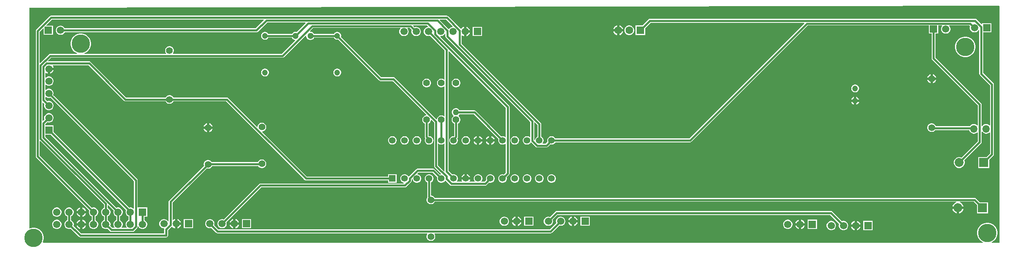
<source format=gtl>
G04*
G04 #@! TF.GenerationSoftware,Altium Limited,Altium Designer,21.8.1 (53)*
G04*
G04 Layer_Physical_Order=1*
G04 Layer_Color=255*
%FSLAX25Y25*%
%MOIN*%
G70*
G04*
G04 #@! TF.SameCoordinates,5DBF864A-AE74-4F10-A55B-91717D6EB444*
G04*
G04*
G04 #@! TF.FilePolarity,Positive*
G04*
G01*
G75*
%ADD33C,0.01500*%
%ADD34O,0.05906X0.06299*%
%ADD35R,0.06299X0.06299*%
%ADD36C,0.06299*%
%ADD37C,0.04724*%
%ADD38R,0.05906X0.05906*%
%ADD39C,0.05906*%
%ADD40C,0.05347*%
%ADD41R,0.05347X0.05347*%
%ADD42C,0.15000*%
%ADD43C,0.05512*%
%ADD44R,0.07284X0.07284*%
%ADD45C,0.07284*%
%ADD46R,0.05906X0.05906*%
%ADD47C,0.05118*%
%ADD48C,0.05000*%
G36*
X798000Y197645D02*
Y4500D01*
X791682D01*
X791582Y5000D01*
X791931Y5145D01*
X793291Y6053D01*
X794447Y7209D01*
X795355Y8568D01*
X795981Y10079D01*
X796300Y11682D01*
Y13318D01*
X795981Y14921D01*
X795355Y16432D01*
X794447Y17791D01*
X793291Y18947D01*
X791931Y19855D01*
X790421Y20481D01*
X788818Y20800D01*
X787183D01*
X785579Y20481D01*
X784068Y19855D01*
X782709Y18947D01*
X781553Y17791D01*
X780645Y16432D01*
X780019Y14921D01*
X779700Y13318D01*
Y11682D01*
X780019Y10079D01*
X780645Y8568D01*
X781553Y7209D01*
X782709Y6053D01*
X784068Y5145D01*
X784418Y5000D01*
X784318Y4500D01*
X16868D01*
X16534Y5000D01*
X16981Y6079D01*
X17300Y7683D01*
Y9318D01*
X16981Y10921D01*
X16355Y12432D01*
X15447Y13791D01*
X14291Y14947D01*
X12932Y15855D01*
X11421Y16481D01*
X9817Y16800D01*
X8183D01*
X6579Y16481D01*
X5916Y16206D01*
X5500Y16484D01*
Y196500D01*
X797646Y197998D01*
X798000Y197645D01*
D02*
G37*
%LPC*%
G36*
X487524Y182028D02*
Y179000D01*
X490552D01*
X490390Y179602D01*
X489844Y180548D01*
X489072Y181321D01*
X488125Y181867D01*
X487524Y182028D01*
D02*
G37*
G36*
X485524Y182028D02*
X484922Y181867D01*
X483976Y181321D01*
X483203Y180548D01*
X482657Y179602D01*
X482496Y179000D01*
X485524D01*
Y182028D01*
D02*
G37*
G36*
X362500Y180824D02*
Y178000D01*
X365324D01*
X365183Y178526D01*
X364663Y179427D01*
X363927Y180163D01*
X363026Y180683D01*
X362500Y180824D01*
D02*
G37*
G36*
X496020Y181950D02*
X494980D01*
X493975Y181680D01*
X493075Y181160D01*
X492340Y180425D01*
X491820Y179525D01*
X491550Y178520D01*
Y177480D01*
X491820Y176476D01*
X492340Y175575D01*
X493075Y174839D01*
X493975Y174320D01*
X494980Y174050D01*
X496020D01*
X497024Y174320D01*
X497925Y174839D01*
X498661Y175575D01*
X499180Y176476D01*
X499450Y177480D01*
Y178520D01*
X499180Y179525D01*
X498661Y180425D01*
X497925Y181160D01*
X497024Y181680D01*
X496020Y181950D01*
D02*
G37*
G36*
X485524Y177000D02*
X482496D01*
X482657Y176398D01*
X483203Y175452D01*
X483976Y174680D01*
X484922Y174133D01*
X485524Y173972D01*
Y177000D01*
D02*
G37*
G36*
X490552D02*
X487524D01*
Y173972D01*
X488125Y174133D01*
X489072Y174680D01*
X489844Y175452D01*
X490390Y176398D01*
X490552Y177000D01*
D02*
G37*
G36*
X375253Y180753D02*
X367747D01*
Y173247D01*
X375253D01*
Y180753D01*
D02*
G37*
G36*
X365324Y176000D02*
X362500D01*
Y173176D01*
X363026Y173317D01*
X363927Y173837D01*
X364663Y174573D01*
X365183Y175474D01*
X365324Y176000D01*
D02*
G37*
G36*
X25324Y145500D02*
X22500D01*
Y142676D01*
X23026Y142817D01*
X23927Y143337D01*
X24663Y144073D01*
X25183Y144974D01*
X25324Y145500D01*
D02*
G37*
G36*
X257416Y146662D02*
X256584D01*
X255779Y146447D01*
X255058Y146030D01*
X254470Y145442D01*
X254053Y144721D01*
X253838Y143916D01*
Y143084D01*
X254053Y142279D01*
X254470Y141558D01*
X255058Y140970D01*
X255779Y140553D01*
X256584Y140338D01*
X257416D01*
X258221Y140553D01*
X258942Y140970D01*
X259530Y141558D01*
X259947Y142279D01*
X260162Y143084D01*
Y143916D01*
X259947Y144721D01*
X259530Y145442D01*
X258942Y146030D01*
X258221Y146447D01*
X257416Y146662D01*
D02*
G37*
G36*
X198416D02*
X197584D01*
X196779Y146447D01*
X196058Y146030D01*
X195470Y145442D01*
X195053Y144721D01*
X194838Y143916D01*
Y143084D01*
X195053Y142279D01*
X195470Y141558D01*
X196058Y140970D01*
X196779Y140553D01*
X197584Y140338D01*
X198416D01*
X199221Y140553D01*
X199942Y140970D01*
X200530Y141558D01*
X200947Y142279D01*
X201162Y143084D01*
Y143916D01*
X200947Y144721D01*
X200530Y145442D01*
X199942Y146030D01*
X199221Y146447D01*
X198416Y146662D01*
D02*
G37*
G36*
X743500Y142120D02*
Y139500D01*
X746120D01*
X746000Y139950D01*
X745506Y140806D01*
X744806Y141506D01*
X743950Y142000D01*
X743500Y142120D01*
D02*
G37*
G36*
X741500D02*
X741050Y142000D01*
X740194Y141506D01*
X739495Y140806D01*
X739000Y139950D01*
X738880Y139500D01*
X741500D01*
Y142120D01*
D02*
G37*
G36*
X746120Y137500D02*
X743500D01*
Y134880D01*
X743950Y135000D01*
X744806Y135494D01*
X745506Y136194D01*
X746000Y137050D01*
X746120Y137500D01*
D02*
G37*
G36*
X741500D02*
X738880D01*
X739000Y137050D01*
X739495Y136194D01*
X740194Y135494D01*
X741050Y135000D01*
X741500Y134880D01*
Y137500D01*
D02*
G37*
G36*
X354468Y138556D02*
X353532D01*
X352627Y138314D01*
X351817Y137845D01*
X351155Y137183D01*
X350686Y136372D01*
X350444Y135468D01*
Y134532D01*
X350686Y133627D01*
X351155Y132817D01*
X351817Y132155D01*
X352627Y131686D01*
X353532Y131444D01*
X354468D01*
X355373Y131686D01*
X356183Y132155D01*
X356845Y132817D01*
X357314Y133627D01*
X357556Y134532D01*
Y135468D01*
X357314Y136372D01*
X356845Y137183D01*
X356183Y137845D01*
X355373Y138314D01*
X354468Y138556D01*
D02*
G37*
G36*
X680416Y133662D02*
X679584D01*
X678779Y133447D01*
X678058Y133030D01*
X677470Y132442D01*
X677053Y131721D01*
X676838Y130916D01*
Y130084D01*
X677053Y129279D01*
X677470Y128558D01*
X678058Y127970D01*
X678779Y127553D01*
X679584Y127338D01*
X680416D01*
X681221Y127553D01*
X681942Y127970D01*
X682530Y128558D01*
X682947Y129279D01*
X683162Y130084D01*
Y130916D01*
X682947Y131721D01*
X682530Y132442D01*
X681942Y133030D01*
X681221Y133447D01*
X680416Y133662D01*
D02*
G37*
G36*
X681000Y123713D02*
Y121500D01*
X683213D01*
X683133Y121798D01*
X682690Y122564D01*
X682064Y123190D01*
X681298Y123633D01*
X681000Y123713D01*
D02*
G37*
G36*
X679000Y123713D02*
X678702Y123633D01*
X677936Y123190D01*
X677310Y122564D01*
X676867Y121798D01*
X676787Y121500D01*
X679000D01*
Y123713D01*
D02*
G37*
G36*
X683213Y119500D02*
X681000D01*
Y117287D01*
X681298Y117367D01*
X682064Y117810D01*
X682690Y118436D01*
X683133Y119202D01*
X683213Y119500D01*
D02*
G37*
G36*
X679000D02*
X676787D01*
X676867Y119202D01*
X677310Y118436D01*
X677936Y117810D01*
X678702Y117367D01*
X679000Y117287D01*
Y119500D01*
D02*
G37*
G36*
X346465Y189983D02*
X23305D01*
X22700Y189863D01*
X22188Y189520D01*
X11280Y178612D01*
X10937Y178100D01*
X10817Y177495D01*
Y75103D01*
X10937Y74498D01*
X11280Y73985D01*
X54464Y30801D01*
X54247Y29994D01*
Y29006D01*
X54503Y28051D01*
X54997Y27196D01*
X55696Y26497D01*
X56420Y26079D01*
Y22921D01*
X55696Y22503D01*
X54997Y21804D01*
X54503Y20948D01*
X54247Y19994D01*
Y19006D01*
X54503Y18052D01*
X54997Y17196D01*
X55696Y16497D01*
X56551Y16003D01*
X57506Y15747D01*
X58494D01*
X59448Y16003D01*
X60304Y16497D01*
X61003Y17196D01*
X61497Y18052D01*
X61753Y19006D01*
Y19994D01*
X61497Y20948D01*
X61003Y21804D01*
X60304Y22503D01*
X59580Y22921D01*
Y26079D01*
X60304Y26497D01*
X61003Y27196D01*
X61497Y28051D01*
X61753Y29006D01*
Y29994D01*
X61497Y30948D01*
X61003Y31804D01*
X60304Y32503D01*
X59448Y32997D01*
X58494Y33253D01*
X57506D01*
X56699Y33036D01*
X13978Y75757D01*
Y87381D01*
X14439Y87573D01*
X66420Y35593D01*
Y32921D01*
X65696Y32503D01*
X64997Y31804D01*
X64503Y30948D01*
X64247Y29994D01*
Y29006D01*
X64503Y28051D01*
X64997Y27196D01*
X65696Y26497D01*
X66420Y26079D01*
Y22921D01*
X65696Y22503D01*
X64997Y21804D01*
X64503Y20948D01*
X64247Y19994D01*
Y19006D01*
X64503Y18052D01*
X64997Y17196D01*
X65696Y16497D01*
X66552Y16003D01*
X67506Y15747D01*
X68494D01*
X69301Y15964D01*
X71385Y13880D01*
X71898Y13537D01*
X72503Y13417D01*
X89865D01*
X90470Y13537D01*
X90983Y13880D01*
X93620Y16517D01*
X93963Y17030D01*
X94083Y17635D01*
Y17779D01*
X94583Y17913D01*
X94997Y17196D01*
X95696Y16497D01*
X96552Y16003D01*
X97506Y15747D01*
X98494D01*
X99449Y16003D01*
X100304Y16497D01*
X101003Y17196D01*
X101497Y18052D01*
X101753Y19006D01*
Y19994D01*
X101497Y20948D01*
X101003Y21804D01*
X100304Y22503D01*
X99580Y22921D01*
Y25747D01*
X101753D01*
Y33253D01*
X94583D01*
X94247Y33253D01*
X94083Y33685D01*
Y55497D01*
X93963Y56102D01*
X93620Y56615D01*
X25036Y125199D01*
X25253Y126006D01*
Y126994D01*
X24997Y127948D01*
X24503Y128804D01*
X23804Y129503D01*
X22949Y129997D01*
X21994Y130253D01*
X21006D01*
X20052Y129997D01*
X19196Y129503D01*
X19039Y129347D01*
X18578Y129538D01*
Y133462D01*
X19039Y133653D01*
X19196Y133497D01*
X20052Y133003D01*
X21006Y132747D01*
X21994D01*
X22949Y133003D01*
X23804Y133497D01*
X24503Y134196D01*
X24997Y135052D01*
X25253Y136006D01*
Y136994D01*
X24997Y137949D01*
X24503Y138804D01*
X23804Y139503D01*
X22949Y139997D01*
X21994Y140253D01*
X21006D01*
X20052Y139997D01*
X19196Y139503D01*
X19039Y139347D01*
X18578Y139538D01*
Y143179D01*
X19039Y143370D01*
X19073Y143337D01*
X19974Y142817D01*
X20500Y142676D01*
Y146500D01*
X21500D01*
Y147500D01*
X25324D01*
X25183Y148026D01*
X24663Y148927D01*
X24630Y148960D01*
X24821Y149422D01*
X53869D01*
X82908Y120382D01*
X83421Y120040D01*
X84026Y119920D01*
X116806D01*
X117155Y119317D01*
X117817Y118655D01*
X118628Y118186D01*
X119532Y117944D01*
X120468D01*
X121372Y118186D01*
X122183Y118655D01*
X122845Y119317D01*
X123194Y119920D01*
X166256D01*
X230384Y55792D01*
X230896Y55449D01*
X231501Y55329D01*
X298527D01*
Y53436D01*
X305473D01*
Y60383D01*
X298527D01*
Y58490D01*
X232156D01*
X195663Y94982D01*
X195855Y95444D01*
X195968D01*
X196872Y95686D01*
X197683Y96155D01*
X198345Y96817D01*
X198814Y97628D01*
X199056Y98532D01*
Y99468D01*
X198814Y100373D01*
X198345Y101183D01*
X197683Y101845D01*
X196872Y102314D01*
X195968Y102556D01*
X195032D01*
X194128Y102314D01*
X193317Y101845D01*
X192655Y101183D01*
X192186Y100373D01*
X191944Y99468D01*
Y99355D01*
X191482Y99163D01*
X168028Y122617D01*
X167515Y122960D01*
X166911Y123080D01*
X123194D01*
X122845Y123683D01*
X122183Y124345D01*
X121372Y124814D01*
X120468Y125056D01*
X119532D01*
X118628Y124814D01*
X117817Y124345D01*
X117155Y123683D01*
X116806Y123080D01*
X84681D01*
X55641Y152120D01*
X55128Y152463D01*
X54523Y152583D01*
X20851D01*
X20660Y153045D01*
X23228Y155614D01*
X212403D01*
X213008Y155734D01*
X213520Y156077D01*
X231243Y173800D01*
X231743Y173592D01*
Y173058D01*
X231972Y172203D01*
X232414Y171438D01*
X233040Y170812D01*
X233806Y170370D01*
X234660Y170141D01*
X235545D01*
X236399Y170370D01*
X237165Y170812D01*
X237790Y171438D01*
X238069Y171920D01*
X254261D01*
X254470Y171558D01*
X255058Y170970D01*
X255779Y170553D01*
X256584Y170338D01*
X257416D01*
X257819Y170446D01*
X291243Y137022D01*
X291756Y136679D01*
X292361Y136559D01*
X302296D01*
X329837Y109018D01*
X329645Y108556D01*
X329532D01*
X328627Y108314D01*
X327817Y107845D01*
X327155Y107183D01*
X326686Y106372D01*
X326444Y105468D01*
Y104532D01*
X326686Y103628D01*
X327155Y102817D01*
X327817Y102155D01*
X328420Y101806D01*
Y91131D01*
X328540Y90527D01*
X328883Y90014D01*
X329020Y89876D01*
X328764Y89431D01*
X328527Y88548D01*
Y87633D01*
X328764Y86750D01*
X329221Y85958D01*
X329867Y85311D01*
X330659Y84854D01*
X331543Y84617D01*
X332457D01*
X333341Y84854D01*
X334133Y85311D01*
X334779Y85958D01*
X335237Y86750D01*
X335473Y87633D01*
Y88548D01*
X335237Y89431D01*
X334779Y90223D01*
X334133Y90870D01*
X333341Y91327D01*
X332457Y91564D01*
X331803D01*
X331580Y91786D01*
Y101806D01*
X332183Y102155D01*
X332845Y102817D01*
X333314Y103628D01*
X333556Y104532D01*
Y104645D01*
X334018Y104837D01*
X336114Y102741D01*
Y67188D01*
X336234Y66583D01*
X336577Y66070D01*
X341802Y60845D01*
X341611Y60383D01*
X341543D01*
X340927Y60218D01*
X336594Y64550D01*
X336082Y64893D01*
X335477Y65013D01*
X322551D01*
X321946Y64893D01*
X321433Y64550D01*
X315489Y58606D01*
X314993Y58671D01*
X314779Y59042D01*
X314133Y59689D01*
X313341Y60146D01*
X312457Y60383D01*
X311543D01*
X310659Y60146D01*
X309867Y59689D01*
X309221Y59042D01*
X308764Y58250D01*
X308527Y57367D01*
Y56452D01*
X308764Y55569D01*
X309221Y54777D01*
X309867Y54130D01*
X310659Y53673D01*
X311142Y53544D01*
X311359Y52968D01*
X311300Y52880D01*
X194297D01*
X193693Y52760D01*
X193180Y52417D01*
X164299Y23536D01*
X163491Y23753D01*
X162503D01*
X161549Y23497D01*
X160693Y23003D01*
X159994Y22304D01*
X159500Y21449D01*
X159245Y20494D01*
Y19506D01*
X159500Y18552D01*
X159994Y17696D01*
X160693Y16997D01*
X161549Y16503D01*
X162503Y16247D01*
X163491D01*
X164446Y16503D01*
X165302Y16997D01*
X166000Y17696D01*
X166494Y18552D01*
X166750Y19506D01*
Y20494D01*
X166534Y21301D01*
X194952Y49720D01*
X312363D01*
X312968Y49840D01*
X313481Y50182D01*
X317341Y54043D01*
X317683Y54555D01*
X317804Y55160D01*
Y56320D01*
X318027Y56494D01*
X318179Y56481D01*
X318564Y56313D01*
X318763Y55569D01*
X319221Y54777D01*
X319867Y54130D01*
X320659Y53673D01*
X321543Y53436D01*
X322457D01*
X323341Y53673D01*
X324133Y54130D01*
X324779Y54777D01*
X325237Y55569D01*
X325473Y56452D01*
Y57367D01*
X325237Y58250D01*
X324779Y59042D01*
X324133Y59689D01*
X323341Y60146D01*
X322457Y60383D01*
X322389D01*
X322198Y60845D01*
X323205Y61852D01*
X334822D01*
X338692Y57983D01*
X338527Y57367D01*
Y56452D01*
X338763Y55569D01*
X339221Y54777D01*
X339867Y54130D01*
X340659Y53673D01*
X341543Y53436D01*
X342457D01*
X343341Y53673D01*
X344133Y54130D01*
X344779Y54777D01*
X344993Y55148D01*
X345489Y55213D01*
X349133Y51569D01*
X349646Y51226D01*
X350251Y51106D01*
X377777D01*
X378382Y51226D01*
X378894Y51569D01*
X380927Y53601D01*
X381543Y53436D01*
X382457D01*
X383341Y53673D01*
X384133Y54130D01*
X384779Y54777D01*
X385237Y55569D01*
X385473Y56452D01*
Y57367D01*
X385237Y58250D01*
X384779Y59042D01*
X384133Y59689D01*
X383341Y60146D01*
X382457Y60383D01*
X381543D01*
X380659Y60146D01*
X379867Y59689D01*
X379221Y59042D01*
X378764Y58250D01*
X378527Y57367D01*
Y56452D01*
X378692Y55836D01*
X377122Y54267D01*
X374922D01*
X374731Y54729D01*
X374779Y54777D01*
X375237Y55569D01*
X375473Y56452D01*
Y57367D01*
X375237Y58250D01*
X374779Y59042D01*
X374133Y59689D01*
X373341Y60146D01*
X372457Y60383D01*
X371543D01*
X370659Y60146D01*
X369867Y59689D01*
X369221Y59042D01*
X368763Y58250D01*
X368527Y57367D01*
Y56452D01*
X368763Y55569D01*
X369221Y54777D01*
X369269Y54729D01*
X369078Y54267D01*
X365193D01*
X365004Y54767D01*
X365423Y55492D01*
X365535Y55910D01*
X362000D01*
X358465D01*
X358577Y55492D01*
X358996Y54767D01*
X358807Y54267D01*
X354922D01*
X354731Y54729D01*
X354779Y54777D01*
X355237Y55569D01*
X355473Y56452D01*
Y57367D01*
X355237Y58250D01*
X354779Y59042D01*
X354133Y59689D01*
X353341Y60146D01*
X352457Y60383D01*
X351543D01*
X350927Y60218D01*
X347886Y63258D01*
Y160978D01*
X348348Y161170D01*
X394643Y114875D01*
Y91013D01*
X394181Y90821D01*
X394133Y90870D01*
X393341Y91327D01*
X392457Y91564D01*
X391543D01*
X390927Y91399D01*
X370208Y112118D01*
X369695Y112460D01*
X369091Y112580D01*
X356898D01*
X356641Y113026D01*
X356026Y113641D01*
X355274Y114075D01*
X354434Y114300D01*
X353566D01*
X352726Y114075D01*
X351974Y113641D01*
X351359Y113026D01*
X350925Y112274D01*
X350700Y111434D01*
Y110566D01*
X350925Y109726D01*
X351359Y108974D01*
X351876Y108457D01*
X351896Y107891D01*
X351817Y107845D01*
X351155Y107183D01*
X350686Y106372D01*
X350444Y105468D01*
Y104532D01*
X350686Y103628D01*
X351155Y102817D01*
X351817Y102155D01*
X352420Y101806D01*
Y91786D01*
X352197Y91564D01*
X351543D01*
X350659Y91327D01*
X349867Y90870D01*
X349221Y90223D01*
X348763Y89431D01*
X348527Y88548D01*
Y87633D01*
X348763Y86750D01*
X349221Y85958D01*
X349867Y85311D01*
X350659Y84854D01*
X351543Y84617D01*
X352457D01*
X353341Y84854D01*
X354133Y85311D01*
X354779Y85958D01*
X355237Y86750D01*
X355473Y87633D01*
Y88548D01*
X355237Y89431D01*
X354980Y89876D01*
X355118Y90014D01*
X355460Y90527D01*
X355580Y91131D01*
Y101806D01*
X356183Y102155D01*
X356845Y102817D01*
X357314Y103628D01*
X357556Y104532D01*
Y105468D01*
X357314Y106372D01*
X356845Y107183D01*
X356183Y107845D01*
X356104Y107891D01*
X356124Y108457D01*
X356641Y108974D01*
X356898Y109420D01*
X368436D01*
X388692Y89164D01*
X388527Y88548D01*
Y87633D01*
X388763Y86750D01*
X389221Y85958D01*
X389867Y85311D01*
X390659Y84854D01*
X391543Y84617D01*
X392457D01*
X393341Y84854D01*
X394133Y85311D01*
X394181Y85360D01*
X394643Y85168D01*
Y61787D01*
X393073Y60218D01*
X392457Y60383D01*
X391543D01*
X390659Y60146D01*
X389867Y59689D01*
X389221Y59042D01*
X388763Y58250D01*
X388527Y57367D01*
Y56452D01*
X388763Y55569D01*
X389221Y54777D01*
X389867Y54130D01*
X390659Y53673D01*
X391543Y53436D01*
X392457D01*
X393341Y53673D01*
X394133Y54130D01*
X394779Y54777D01*
X395236Y55569D01*
X395473Y56452D01*
Y57367D01*
X395308Y57983D01*
X397341Y60015D01*
X397683Y60528D01*
X397804Y61133D01*
Y115530D01*
X397683Y116134D01*
X397341Y116647D01*
X341240Y172747D01*
X341447Y173247D01*
X341994D01*
X342949Y173503D01*
X343804Y173997D01*
X344503Y174696D01*
X344917Y175413D01*
X345417Y175279D01*
Y173093D01*
X345537Y172488D01*
X345880Y171976D01*
X414643Y103213D01*
Y91013D01*
X414181Y90821D01*
X414133Y90870D01*
X413341Y91327D01*
X412457Y91564D01*
X411543D01*
X410659Y91327D01*
X409867Y90870D01*
X409221Y90223D01*
X408764Y89431D01*
X408527Y88548D01*
Y87633D01*
X408764Y86750D01*
X409221Y85958D01*
X409867Y85311D01*
X410659Y84854D01*
X411543Y84617D01*
X412457D01*
X413341Y84854D01*
X414133Y85311D01*
X414779Y85958D01*
X414993Y86329D01*
X415489Y86394D01*
X419133Y82750D01*
X419646Y82407D01*
X420251Y82287D01*
X427777D01*
X428381Y82407D01*
X428894Y82750D01*
X430927Y84782D01*
X431543Y84617D01*
X432457D01*
X433341Y84854D01*
X434133Y85311D01*
X434779Y85958D01*
X435098Y86510D01*
X545090D01*
X545695Y86630D01*
X546208Y86973D01*
X641157Y181922D01*
X740247D01*
Y175247D01*
X742420D01*
Y155025D01*
X742540Y154420D01*
X742882Y153908D01*
X780119Y116671D01*
Y100530D01*
X779619Y100417D01*
X778893Y100975D01*
X777980Y101353D01*
X777000Y101482D01*
X776020Y101353D01*
X775107Y100975D01*
X774324Y100373D01*
X773722Y99589D01*
X773718Y99580D01*
X745892D01*
X745814Y99872D01*
X745345Y100683D01*
X744683Y101345D01*
X743872Y101814D01*
X742968Y102056D01*
X742032D01*
X741127Y101814D01*
X740317Y101345D01*
X739655Y100683D01*
X739186Y99872D01*
X738944Y98968D01*
Y98032D01*
X739186Y97127D01*
X739655Y96317D01*
X740317Y95655D01*
X741127Y95186D01*
X742032Y94944D01*
X742968D01*
X743872Y95186D01*
X744683Y95655D01*
X745345Y96317D01*
X745405Y96420D01*
X773331D01*
X773344Y96324D01*
X773722Y95411D01*
X774324Y94627D01*
X775107Y94025D01*
X776020Y93647D01*
X777000Y93518D01*
X777980Y93647D01*
X778893Y94025D01*
X779619Y94583D01*
X780119Y94470D01*
Y87354D01*
X766835Y74070D01*
X766714Y74139D01*
X765585Y74442D01*
X764415D01*
X763286Y74139D01*
X762273Y73554D01*
X761446Y72727D01*
X760861Y71714D01*
X760558Y70585D01*
Y69415D01*
X760861Y68286D01*
X761446Y67273D01*
X762273Y66446D01*
X763286Y65861D01*
X764415Y65558D01*
X765585D01*
X766714Y65861D01*
X767727Y66446D01*
X768554Y67273D01*
X769139Y68286D01*
X769442Y69415D01*
Y70585D01*
X769139Y71714D01*
X769070Y71835D01*
X782817Y85582D01*
X783160Y86095D01*
X783280Y86700D01*
Y95199D01*
X783492Y95301D01*
X783780Y95335D01*
X784324Y94627D01*
X785107Y94025D01*
X786020Y93647D01*
X787000Y93518D01*
X787980Y93647D01*
X788893Y94025D01*
X789619Y94583D01*
X790119Y94470D01*
Y77354D01*
X787207Y74442D01*
X780558D01*
Y65558D01*
X789442D01*
Y72207D01*
X792817Y75582D01*
X793160Y76095D01*
X793280Y76700D01*
Y133861D01*
X793160Y134466D01*
X792817Y134978D01*
X784578Y143218D01*
Y176247D01*
X791253D01*
Y183753D01*
X783747D01*
Y183009D01*
X783285Y182817D01*
X779183Y186920D01*
X778670Y187263D01*
X778065Y187383D01*
X512279D01*
X511674Y187263D01*
X511162Y186920D01*
X506191Y181950D01*
X500527D01*
Y174050D01*
X508426D01*
Y179715D01*
X512934Y184222D01*
X638334D01*
X638525Y183760D01*
X544436Y89671D01*
X435098D01*
X434779Y90223D01*
X434133Y90870D01*
X433341Y91327D01*
X432457Y91564D01*
X431543D01*
X430659Y91327D01*
X429867Y90870D01*
X429221Y90223D01*
X428763Y89431D01*
X428527Y88548D01*
Y87633D01*
X428692Y87017D01*
X427122Y85448D01*
X424922D01*
X424731Y85910D01*
X424779Y85958D01*
X425237Y86750D01*
X425473Y87633D01*
Y88548D01*
X425237Y89431D01*
X424779Y90223D01*
X424133Y90870D01*
X423580Y91189D01*
Y101343D01*
X423460Y101948D01*
X423117Y102461D01*
X358578Y167001D01*
Y173679D01*
X359040Y173870D01*
X359073Y173837D01*
X359974Y173317D01*
X360500Y173176D01*
Y177000D01*
Y180824D01*
X359974Y180683D01*
X359073Y180163D01*
X358337Y179427D01*
X358300Y179364D01*
X357805Y179298D01*
X347583Y189520D01*
X347070Y189863D01*
X346465Y189983D01*
D02*
G37*
G36*
X152500Y102120D02*
Y99500D01*
X155120D01*
X155000Y99950D01*
X154506Y100806D01*
X153806Y101505D01*
X152950Y102000D01*
X152500Y102120D01*
D02*
G37*
G36*
X150500D02*
X150050Y102000D01*
X149194Y101505D01*
X148495Y100806D01*
X148000Y99950D01*
X147880Y99500D01*
X150500D01*
Y102120D01*
D02*
G37*
G36*
X155120Y97500D02*
X152500D01*
Y94880D01*
X152950Y95000D01*
X153806Y95495D01*
X154506Y96194D01*
X155000Y97050D01*
X155120Y97500D01*
D02*
G37*
G36*
X150500D02*
X147880D01*
X148000Y97050D01*
X148495Y96194D01*
X149194Y95495D01*
X150050Y95000D01*
X150500Y94880D01*
Y97500D01*
D02*
G37*
G36*
X383000Y91625D02*
Y89091D01*
X385535D01*
X385423Y89508D01*
X384939Y90346D01*
X384255Y91030D01*
X383418Y91514D01*
X383000Y91625D01*
D02*
G37*
G36*
X373000D02*
Y89091D01*
X375535D01*
X375423Y89508D01*
X374939Y90346D01*
X374255Y91030D01*
X373418Y91514D01*
X373000Y91625D01*
D02*
G37*
G36*
X381000D02*
X380582Y91514D01*
X379745Y91030D01*
X379061Y90346D01*
X378577Y89508D01*
X378465Y89091D01*
X381000D01*
Y91625D01*
D02*
G37*
G36*
X371000D02*
X370582Y91514D01*
X369745Y91030D01*
X369061Y90346D01*
X368577Y89508D01*
X368465Y89091D01*
X371000D01*
Y91625D01*
D02*
G37*
G36*
X402457Y91564D02*
X401543D01*
X400659Y91327D01*
X399867Y90870D01*
X399221Y90223D01*
X398763Y89431D01*
X398527Y88548D01*
Y87633D01*
X398763Y86750D01*
X399221Y85958D01*
X399867Y85311D01*
X400659Y84854D01*
X401543Y84617D01*
X402457D01*
X403341Y84854D01*
X404133Y85311D01*
X404779Y85958D01*
X405236Y86750D01*
X405473Y87633D01*
Y88548D01*
X405236Y89431D01*
X404779Y90223D01*
X404133Y90870D01*
X403341Y91327D01*
X402457Y91564D01*
D02*
G37*
G36*
X362457D02*
X361543D01*
X360659Y91327D01*
X359867Y90870D01*
X359221Y90223D01*
X358764Y89431D01*
X358527Y88548D01*
Y87633D01*
X358764Y86750D01*
X359221Y85958D01*
X359867Y85311D01*
X360659Y84854D01*
X361543Y84617D01*
X362457D01*
X363341Y84854D01*
X364133Y85311D01*
X364779Y85958D01*
X365236Y86750D01*
X365473Y87633D01*
Y88548D01*
X365236Y89431D01*
X364779Y90223D01*
X364133Y90870D01*
X363341Y91327D01*
X362457Y91564D01*
D02*
G37*
G36*
X322457D02*
X321543D01*
X320659Y91327D01*
X319867Y90870D01*
X319221Y90223D01*
X318763Y89431D01*
X318527Y88548D01*
Y87633D01*
X318763Y86750D01*
X319221Y85958D01*
X319867Y85311D01*
X320659Y84854D01*
X321543Y84617D01*
X322457D01*
X323341Y84854D01*
X324133Y85311D01*
X324779Y85958D01*
X325237Y86750D01*
X325473Y87633D01*
Y88548D01*
X325237Y89431D01*
X324779Y90223D01*
X324133Y90870D01*
X323341Y91327D01*
X322457Y91564D01*
D02*
G37*
G36*
X312457D02*
X311543D01*
X310659Y91327D01*
X309867Y90870D01*
X309221Y90223D01*
X308764Y89431D01*
X308527Y88548D01*
Y87633D01*
X308764Y86750D01*
X309221Y85958D01*
X309867Y85311D01*
X310659Y84854D01*
X311543Y84617D01*
X312457D01*
X313341Y84854D01*
X314133Y85311D01*
X314779Y85958D01*
X315236Y86750D01*
X315473Y87633D01*
Y88548D01*
X315236Y89431D01*
X314779Y90223D01*
X314133Y90870D01*
X313341Y91327D01*
X312457Y91564D01*
D02*
G37*
G36*
X302457D02*
X301543D01*
X300659Y91327D01*
X299867Y90870D01*
X299221Y90223D01*
X298763Y89431D01*
X298527Y88548D01*
Y87633D01*
X298763Y86750D01*
X299221Y85958D01*
X299867Y85311D01*
X300659Y84854D01*
X301543Y84617D01*
X302457D01*
X303341Y84854D01*
X304133Y85311D01*
X304779Y85958D01*
X305237Y86750D01*
X305473Y87633D01*
Y88548D01*
X305237Y89431D01*
X304779Y90223D01*
X304133Y90870D01*
X303341Y91327D01*
X302457Y91564D01*
D02*
G37*
G36*
X385535Y87091D02*
X383000D01*
Y84556D01*
X383418Y84668D01*
X384255Y85151D01*
X384939Y85835D01*
X385423Y86673D01*
X385535Y87091D01*
D02*
G37*
G36*
X375535D02*
X373000D01*
Y84556D01*
X373418Y84668D01*
X374255Y85151D01*
X374939Y85835D01*
X375423Y86673D01*
X375535Y87091D01*
D02*
G37*
G36*
X371000D02*
X368465D01*
X368577Y86673D01*
X369061Y85835D01*
X369745Y85151D01*
X370582Y84668D01*
X371000Y84556D01*
Y87091D01*
D02*
G37*
G36*
X381000D02*
X378465D01*
X378577Y86673D01*
X379061Y85835D01*
X379745Y85151D01*
X380582Y84668D01*
X381000Y84556D01*
Y87091D01*
D02*
G37*
G36*
X195968Y72556D02*
X195032D01*
X194128Y72314D01*
X193317Y71845D01*
X192655Y71183D01*
X192186Y70372D01*
X192175Y70330D01*
X154549D01*
X154345Y70683D01*
X153683Y71345D01*
X152873Y71814D01*
X151968Y72056D01*
X151032D01*
X150127Y71814D01*
X149317Y71345D01*
X148655Y70683D01*
X148186Y69872D01*
X147944Y68968D01*
Y68032D01*
X148124Y67359D01*
X119880Y39115D01*
X119537Y38602D01*
X119417Y37997D01*
Y21721D01*
X118917Y21587D01*
X118503Y22304D01*
X117804Y23003D01*
X116948Y23497D01*
X115994Y23753D01*
X115006D01*
X114051Y23497D01*
X113196Y23003D01*
X112497Y22304D01*
X112003Y21449D01*
X111747Y20494D01*
Y19506D01*
X112003Y18552D01*
X112497Y17696D01*
X113196Y16997D01*
X114051Y16503D01*
X115006Y16247D01*
X115413D01*
X115754Y15747D01*
X115685Y15397D01*
Y11978D01*
X47757D01*
X41536Y18199D01*
X41753Y19006D01*
Y19994D01*
X41497Y20948D01*
X41003Y21804D01*
X40304Y22503D01*
X39580Y22921D01*
Y26079D01*
X40304Y26497D01*
X41003Y27196D01*
X41497Y28051D01*
X41753Y29006D01*
Y29994D01*
X41497Y30948D01*
X41003Y31804D01*
X40304Y32503D01*
X39448Y32997D01*
X38494Y33253D01*
X37506D01*
X36551Y32997D01*
X35696Y32503D01*
X34997Y31804D01*
X34503Y30948D01*
X34247Y29994D01*
Y29006D01*
X34503Y28051D01*
X34997Y27196D01*
X35696Y26497D01*
X36420Y26079D01*
Y22921D01*
X35696Y22503D01*
X34997Y21804D01*
X34503Y20948D01*
X34247Y19994D01*
Y19006D01*
X34503Y18052D01*
X34997Y17196D01*
X35696Y16497D01*
X36551Y16003D01*
X37506Y15747D01*
X38494D01*
X39301Y15964D01*
X45985Y9280D01*
X46498Y8937D01*
X47103Y8817D01*
X117265D01*
X117870Y8937D01*
X118383Y9280D01*
X118725Y9792D01*
X118845Y10397D01*
Y14743D01*
X121805Y17702D01*
X122228Y17646D01*
X122360Y17550D01*
X123073Y16837D01*
X123974Y16317D01*
X124500Y16176D01*
Y20000D01*
Y23824D01*
X123974Y23683D01*
X123073Y23163D01*
X123040Y23130D01*
X122578Y23321D01*
Y37343D01*
X150359Y65124D01*
X151032Y64944D01*
X151968D01*
X152873Y65186D01*
X153683Y65655D01*
X154345Y66317D01*
X154814Y67128D01*
X154825Y67170D01*
X192451D01*
X192655Y66817D01*
X193317Y66155D01*
X194128Y65686D01*
X195032Y65444D01*
X195968D01*
X196872Y65686D01*
X197683Y66155D01*
X198345Y66817D01*
X198814Y67628D01*
X199056Y68532D01*
Y69468D01*
X198814Y70372D01*
X198345Y71183D01*
X197683Y71845D01*
X196872Y72314D01*
X195968Y72556D01*
D02*
G37*
G36*
X363000Y60444D02*
Y57910D01*
X365535D01*
X365423Y58327D01*
X364939Y59165D01*
X364255Y59849D01*
X363418Y60332D01*
X363000Y60444D01*
D02*
G37*
G36*
X361000D02*
X360582Y60332D01*
X359745Y59849D01*
X359061Y59165D01*
X358577Y58327D01*
X358465Y57910D01*
X361000D01*
Y60444D01*
D02*
G37*
G36*
X432457Y60383D02*
X431543D01*
X430659Y60146D01*
X429867Y59689D01*
X429221Y59042D01*
X428763Y58250D01*
X428527Y57367D01*
Y56452D01*
X428763Y55569D01*
X429221Y54777D01*
X429867Y54130D01*
X430659Y53673D01*
X431543Y53436D01*
X432457D01*
X433341Y53673D01*
X434133Y54130D01*
X434779Y54777D01*
X435237Y55569D01*
X435473Y56452D01*
Y57367D01*
X435237Y58250D01*
X434779Y59042D01*
X434133Y59689D01*
X433341Y60146D01*
X432457Y60383D01*
D02*
G37*
G36*
X422457D02*
X421543D01*
X420659Y60146D01*
X419867Y59689D01*
X419221Y59042D01*
X418763Y58250D01*
X418527Y57367D01*
Y56452D01*
X418763Y55569D01*
X419221Y54777D01*
X419867Y54130D01*
X420659Y53673D01*
X421543Y53436D01*
X422457D01*
X423341Y53673D01*
X424133Y54130D01*
X424779Y54777D01*
X425237Y55569D01*
X425473Y56452D01*
Y57367D01*
X425237Y58250D01*
X424779Y59042D01*
X424133Y59689D01*
X423341Y60146D01*
X422457Y60383D01*
D02*
G37*
G36*
X412457D02*
X411543D01*
X410659Y60146D01*
X409867Y59689D01*
X409221Y59042D01*
X408764Y58250D01*
X408527Y57367D01*
Y56452D01*
X408764Y55569D01*
X409221Y54777D01*
X409867Y54130D01*
X410659Y53673D01*
X411543Y53436D01*
X412457D01*
X413341Y53673D01*
X414133Y54130D01*
X414779Y54777D01*
X415237Y55569D01*
X415473Y56452D01*
Y57367D01*
X415237Y58250D01*
X414779Y59042D01*
X414133Y59689D01*
X413341Y60146D01*
X412457Y60383D01*
D02*
G37*
G36*
X402457D02*
X401543D01*
X400659Y60146D01*
X399867Y59689D01*
X399221Y59042D01*
X398763Y58250D01*
X398527Y57367D01*
Y56452D01*
X398763Y55569D01*
X399221Y54777D01*
X399867Y54130D01*
X400659Y53673D01*
X401543Y53436D01*
X402457D01*
X403341Y53673D01*
X404133Y54130D01*
X404779Y54777D01*
X405236Y55569D01*
X405473Y56452D01*
Y57367D01*
X405236Y58250D01*
X404779Y59042D01*
X404133Y59689D01*
X403341Y60146D01*
X402457Y60383D01*
D02*
G37*
G36*
X49000Y33324D02*
Y30500D01*
X51824D01*
X51683Y31026D01*
X51163Y31927D01*
X50427Y32663D01*
X49526Y33183D01*
X49000Y33324D01*
D02*
G37*
G36*
X47000D02*
X46474Y33183D01*
X45573Y32663D01*
X44837Y31927D01*
X44317Y31026D01*
X44176Y30500D01*
X47000D01*
Y33324D01*
D02*
G37*
G36*
X332457Y60383D02*
X331543D01*
X330659Y60146D01*
X329867Y59689D01*
X329221Y59042D01*
X328764Y58250D01*
X328527Y57367D01*
Y56452D01*
X328764Y55569D01*
X329221Y54777D01*
X329867Y54130D01*
X330420Y53811D01*
Y42086D01*
X330539Y41484D01*
X330186Y40872D01*
X329944Y39968D01*
Y39032D01*
X330186Y38127D01*
X330655Y37317D01*
X331317Y36655D01*
X332127Y36186D01*
X333032Y35944D01*
X333968D01*
X334873Y36186D01*
X335683Y36655D01*
X336345Y37317D01*
X336694Y37920D01*
X762494D01*
X762560Y37420D01*
X762208Y37325D01*
X761150Y36714D01*
X760286Y35850D01*
X759675Y34792D01*
X759462Y34000D01*
X764000D01*
X768538D01*
X768325Y34792D01*
X767714Y35850D01*
X766850Y36714D01*
X765792Y37325D01*
X765440Y37420D01*
X765506Y37920D01*
X776845D01*
X779558Y35207D01*
Y28558D01*
X788442D01*
Y37442D01*
X781793D01*
X778617Y40617D01*
X778105Y40960D01*
X777500Y41080D01*
X336694D01*
X336345Y41683D01*
X335683Y42345D01*
X334873Y42814D01*
X333968Y43056D01*
X333580D01*
Y53811D01*
X334133Y54130D01*
X334779Y54777D01*
X335237Y55569D01*
X335473Y56452D01*
Y57367D01*
X335237Y58250D01*
X334779Y59042D01*
X334133Y59689D01*
X333341Y60146D01*
X332457Y60383D01*
D02*
G37*
G36*
X768538Y32000D02*
X765000D01*
Y28462D01*
X765792Y28675D01*
X766850Y29286D01*
X767714Y30150D01*
X768325Y31208D01*
X768538Y32000D01*
D02*
G37*
G36*
X763000D02*
X759462D01*
X759675Y31208D01*
X760286Y30150D01*
X761150Y29286D01*
X762208Y28675D01*
X763000Y28462D01*
Y32000D01*
D02*
G37*
G36*
X28494Y33253D02*
X27506D01*
X26551Y32997D01*
X25696Y32503D01*
X24997Y31804D01*
X24503Y30948D01*
X24247Y29994D01*
Y29006D01*
X24503Y28051D01*
X24997Y27196D01*
X25696Y26497D01*
X26551Y26003D01*
X27506Y25747D01*
X28494D01*
X29449Y26003D01*
X30304Y26497D01*
X31003Y27196D01*
X31497Y28051D01*
X31753Y29006D01*
Y29994D01*
X31497Y30948D01*
X31003Y31804D01*
X30304Y32503D01*
X29449Y32997D01*
X28494Y33253D01*
D02*
G37*
G36*
X51824Y28500D02*
X49000D01*
Y25676D01*
X49526Y25817D01*
X50427Y26337D01*
X51163Y27073D01*
X51683Y27974D01*
X51824Y28500D01*
D02*
G37*
G36*
X47000D02*
X44176D01*
X44317Y27974D01*
X44837Y27073D01*
X45573Y26337D01*
X46474Y25817D01*
X47000Y25676D01*
Y28500D01*
D02*
G37*
G36*
X450500Y25824D02*
Y23000D01*
X453324D01*
X453183Y23526D01*
X452663Y24427D01*
X451927Y25163D01*
X451026Y25683D01*
X450500Y25824D01*
D02*
G37*
G36*
X404500D02*
Y23000D01*
X407324D01*
X407183Y23526D01*
X406663Y24427D01*
X405927Y25163D01*
X405026Y25683D01*
X404500Y25824D01*
D02*
G37*
G36*
X402500D02*
X401974Y25683D01*
X401073Y25163D01*
X400337Y24427D01*
X399817Y23526D01*
X399676Y23000D01*
X402500D01*
Y25824D01*
D02*
G37*
G36*
X448500D02*
X447974Y25683D01*
X447073Y25163D01*
X446337Y24427D01*
X445817Y23526D01*
X445676Y23000D01*
X448500D01*
Y25824D01*
D02*
G37*
G36*
X173997Y23824D02*
Y21000D01*
X176821D01*
X176681Y21526D01*
X176160Y22427D01*
X175424Y23163D01*
X174523Y23683D01*
X173997Y23824D01*
D02*
G37*
G36*
X126500D02*
Y21000D01*
X129324D01*
X129183Y21526D01*
X128663Y22427D01*
X127927Y23163D01*
X127026Y23683D01*
X126500Y23824D01*
D02*
G37*
G36*
X171997D02*
X171472Y23683D01*
X170570Y23163D01*
X169834Y22427D01*
X169314Y21526D01*
X169173Y21000D01*
X171997D01*
Y23824D01*
D02*
G37*
G36*
X636000Y23324D02*
Y20500D01*
X638824D01*
X638683Y21026D01*
X638163Y21927D01*
X637427Y22663D01*
X636526Y23183D01*
X636000Y23324D01*
D02*
G37*
G36*
X49000D02*
Y20500D01*
X51824D01*
X51683Y21026D01*
X51163Y21927D01*
X50427Y22663D01*
X49526Y23183D01*
X49000Y23324D01*
D02*
G37*
G36*
X634000D02*
X633474Y23183D01*
X632573Y22663D01*
X631837Y21927D01*
X631317Y21026D01*
X631176Y20500D01*
X634000D01*
Y23324D01*
D02*
G37*
G36*
X47000D02*
X46474Y23183D01*
X45573Y22663D01*
X44837Y21927D01*
X44317Y21026D01*
X44176Y20500D01*
X47000D01*
Y23324D01*
D02*
G37*
G36*
X681500Y22324D02*
Y19500D01*
X684324D01*
X684183Y20026D01*
X683663Y20927D01*
X682927Y21663D01*
X682026Y22183D01*
X681500Y22324D01*
D02*
G37*
G36*
X679500D02*
X678974Y22183D01*
X678073Y21663D01*
X677337Y20927D01*
X676817Y20026D01*
X676676Y19500D01*
X679500D01*
Y22324D01*
D02*
G37*
G36*
X463253Y25753D02*
X455747D01*
Y18247D01*
X463253D01*
Y25753D01*
D02*
G37*
G36*
X417253D02*
X409747D01*
Y18247D01*
X417253D01*
Y25753D01*
D02*
G37*
G36*
X393994D02*
X393006D01*
X392052Y25497D01*
X391196Y25003D01*
X390497Y24304D01*
X390003Y23449D01*
X389747Y22494D01*
Y21506D01*
X390003Y20551D01*
X390497Y19696D01*
X391196Y18997D01*
X392052Y18503D01*
X393006Y18247D01*
X393994D01*
X394949Y18503D01*
X395804Y18997D01*
X396503Y19696D01*
X396997Y20551D01*
X397253Y21506D01*
Y22494D01*
X396997Y23449D01*
X396503Y24304D01*
X395804Y25003D01*
X394949Y25497D01*
X393994Y25753D01*
D02*
G37*
G36*
X453324Y21000D02*
X450500D01*
Y18176D01*
X451026Y18317D01*
X451927Y18837D01*
X452663Y19573D01*
X453183Y20474D01*
X453324Y21000D01*
D02*
G37*
G36*
X407324D02*
X404500D01*
Y18176D01*
X405026Y18317D01*
X405927Y18837D01*
X406663Y19573D01*
X407183Y20474D01*
X407324Y21000D01*
D02*
G37*
G36*
X448500D02*
X445676D01*
X445817Y20474D01*
X446337Y19573D01*
X447073Y18837D01*
X447974Y18317D01*
X448500Y18176D01*
Y21000D01*
D02*
G37*
G36*
X402500D02*
X399676D01*
X399817Y20474D01*
X400337Y19573D01*
X401073Y18837D01*
X401974Y18317D01*
X402500Y18176D01*
Y21000D01*
D02*
G37*
G36*
X186750Y23753D02*
X179244D01*
Y16247D01*
X186750D01*
Y23753D01*
D02*
G37*
G36*
X139253D02*
X131747D01*
Y16247D01*
X139253D01*
Y23753D01*
D02*
G37*
G36*
X176821Y19000D02*
X173997D01*
Y16176D01*
X174523Y16317D01*
X175424Y16837D01*
X176160Y17573D01*
X176681Y18474D01*
X176821Y19000D01*
D02*
G37*
G36*
X129324D02*
X126500D01*
Y16176D01*
X127026Y16317D01*
X127927Y16837D01*
X128663Y17573D01*
X129183Y18474D01*
X129324Y19000D01*
D02*
G37*
G36*
X171997D02*
X169173D01*
X169314Y18474D01*
X169834Y17573D01*
X170570Y16837D01*
X171472Y16317D01*
X171997Y16176D01*
Y19000D01*
D02*
G37*
G36*
X648753Y23253D02*
X641247D01*
Y15747D01*
X648753D01*
Y23253D01*
D02*
G37*
G36*
X625494D02*
X624506D01*
X623552Y22997D01*
X622696Y22503D01*
X621997Y21804D01*
X621503Y20948D01*
X621247Y19994D01*
Y19006D01*
X621503Y18052D01*
X621997Y17196D01*
X622696Y16497D01*
X623552Y16003D01*
X624506Y15747D01*
X625494D01*
X626448Y16003D01*
X627304Y16497D01*
X628003Y17196D01*
X628497Y18052D01*
X628753Y19006D01*
Y19994D01*
X628497Y20948D01*
X628003Y21804D01*
X627304Y22503D01*
X626448Y22997D01*
X625494Y23253D01*
D02*
G37*
G36*
X28494D02*
X27506D01*
X26551Y22997D01*
X25696Y22503D01*
X24997Y21804D01*
X24503Y20948D01*
X24247Y19994D01*
Y19006D01*
X24503Y18052D01*
X24997Y17196D01*
X25696Y16497D01*
X26551Y16003D01*
X27506Y15747D01*
X28494D01*
X29449Y16003D01*
X30304Y16497D01*
X31003Y17196D01*
X31497Y18052D01*
X31753Y19006D01*
Y19994D01*
X31497Y20948D01*
X31003Y21804D01*
X30304Y22503D01*
X29449Y22997D01*
X28494Y23253D01*
D02*
G37*
G36*
X638824Y18500D02*
X636000D01*
Y15676D01*
X636526Y15817D01*
X637427Y16337D01*
X638163Y17073D01*
X638683Y17974D01*
X638824Y18500D01*
D02*
G37*
G36*
X51824D02*
X49000D01*
Y15676D01*
X49526Y15817D01*
X50427Y16337D01*
X51163Y17073D01*
X51683Y17974D01*
X51824Y18500D01*
D02*
G37*
G36*
X634000D02*
X631176D01*
X631317Y17974D01*
X631837Y17073D01*
X632573Y16337D01*
X633474Y15817D01*
X634000Y15676D01*
Y18500D01*
D02*
G37*
G36*
X47000D02*
X44176D01*
X44317Y17974D01*
X44837Y17073D01*
X45573Y16337D01*
X46474Y15817D01*
X47000Y15676D01*
Y18500D01*
D02*
G37*
G36*
X439994Y25753D02*
X439006D01*
X438052Y25497D01*
X437196Y25003D01*
X436497Y24304D01*
X436003Y23449D01*
X435747Y22494D01*
Y21506D01*
X435964Y20699D01*
X430651Y15386D01*
X159846D01*
X156534Y18699D01*
X156750Y19506D01*
Y20494D01*
X156494Y21449D01*
X156000Y22304D01*
X155301Y23003D01*
X154446Y23497D01*
X153491Y23753D01*
X152503D01*
X151549Y23497D01*
X150693Y23003D01*
X149994Y22304D01*
X149500Y21449D01*
X149244Y20494D01*
Y19506D01*
X149500Y18552D01*
X149994Y17696D01*
X150693Y16997D01*
X151549Y16503D01*
X152503Y16247D01*
X153491D01*
X154299Y16464D01*
X158074Y12688D01*
X158587Y12346D01*
X159191Y12225D01*
X330543D01*
X330735Y11764D01*
X330655Y11683D01*
X330186Y10872D01*
X329944Y9968D01*
Y9032D01*
X330186Y8128D01*
X330655Y7317D01*
X331317Y6655D01*
X332127Y6186D01*
X333032Y5944D01*
X333968D01*
X334873Y6186D01*
X335683Y6655D01*
X336345Y7317D01*
X336814Y8128D01*
X337056Y9032D01*
Y9968D01*
X336814Y10872D01*
X336345Y11683D01*
X336265Y11764D01*
X336457Y12225D01*
X431306D01*
X431911Y12346D01*
X432423Y12688D01*
X438199Y18464D01*
X439006Y18247D01*
X439994D01*
X440948Y18503D01*
X441804Y18997D01*
X442503Y19696D01*
X442997Y20551D01*
X443253Y21506D01*
Y22494D01*
X442997Y23449D01*
X442503Y24304D01*
X441804Y25003D01*
X440948Y25497D01*
X439994Y25753D01*
D02*
G37*
G36*
X694253Y22253D02*
X686747D01*
Y14747D01*
X694253D01*
Y22253D01*
D02*
G37*
G36*
X660197Y30383D02*
X436303D01*
X435698Y30263D01*
X435185Y29920D01*
X430801Y25536D01*
X429994Y25753D01*
X429006D01*
X428052Y25497D01*
X427196Y25003D01*
X426497Y24304D01*
X426003Y23449D01*
X425747Y22494D01*
Y21506D01*
X426003Y20551D01*
X426497Y19696D01*
X427196Y18997D01*
X428052Y18503D01*
X429006Y18247D01*
X429994D01*
X430948Y18503D01*
X431804Y18997D01*
X432503Y19696D01*
X432997Y20551D01*
X433253Y21506D01*
Y22494D01*
X433036Y23301D01*
X436957Y27222D01*
X659543D01*
X666964Y19801D01*
X666747Y18994D01*
Y18006D01*
X667003Y17052D01*
X667497Y16196D01*
X668196Y15497D01*
X669052Y15003D01*
X670006Y14747D01*
X670994D01*
X671948Y15003D01*
X672804Y15497D01*
X673503Y16196D01*
X673997Y17052D01*
X674253Y18006D01*
Y18994D01*
X673997Y19949D01*
X673503Y20804D01*
X672804Y21503D01*
X671948Y21997D01*
X670994Y22253D01*
X670006D01*
X669199Y22036D01*
X661315Y29920D01*
X660802Y30263D01*
X660197Y30383D01*
D02*
G37*
G36*
X660994Y22253D02*
X660006D01*
X659052Y21997D01*
X658196Y21503D01*
X657497Y20804D01*
X657003Y19949D01*
X656747Y18994D01*
Y18006D01*
X657003Y17052D01*
X657497Y16196D01*
X658196Y15497D01*
X659052Y15003D01*
X660006Y14747D01*
X660994D01*
X661948Y15003D01*
X662804Y15497D01*
X663503Y16196D01*
X663997Y17052D01*
X664253Y18006D01*
Y18994D01*
X663997Y19949D01*
X663503Y20804D01*
X662804Y21503D01*
X661948Y21997D01*
X660994Y22253D01*
D02*
G37*
G36*
X684324Y17500D02*
X681500D01*
Y14676D01*
X682026Y14817D01*
X682927Y15337D01*
X683663Y16073D01*
X684183Y16974D01*
X684324Y17500D01*
D02*
G37*
G36*
X679500D02*
X676676D01*
X676817Y16974D01*
X677337Y16073D01*
X678073Y15337D01*
X678974Y14817D01*
X679500Y14676D01*
Y17500D01*
D02*
G37*
%LPD*%
G36*
X351418Y181215D02*
X351227Y180753D01*
X351006D01*
X350051Y180497D01*
X349196Y180003D01*
X348497Y179304D01*
X348489Y179291D01*
X347875Y179227D01*
X340742Y186360D01*
X340934Y186822D01*
X345811D01*
X351418Y181215D01*
D02*
G37*
G36*
X773964Y181301D02*
X773747Y180494D01*
Y179506D01*
X774003Y178551D01*
X774497Y177696D01*
X775196Y176997D01*
X776052Y176503D01*
X777006Y176247D01*
X777994D01*
X778948Y176503D01*
X779804Y176997D01*
X780503Y177696D01*
X780917Y178413D01*
X781417Y178279D01*
Y142563D01*
X781537Y141958D01*
X781880Y141446D01*
X790119Y133206D01*
Y100530D01*
X789619Y100417D01*
X788893Y100975D01*
X787980Y101353D01*
X787000Y101482D01*
X786020Y101353D01*
X785107Y100975D01*
X784324Y100373D01*
X783780Y99665D01*
X783492Y99699D01*
X783280Y99801D01*
Y117325D01*
X783160Y117930D01*
X782817Y118443D01*
X745580Y155680D01*
Y175247D01*
X747753D01*
Y181922D01*
X750962D01*
X751153Y181460D01*
X750997Y181304D01*
X750503Y180448D01*
X750247Y179494D01*
Y178506D01*
X750503Y177551D01*
X750997Y176696D01*
X751696Y175997D01*
X752552Y175503D01*
X753506Y175247D01*
X754494D01*
X755448Y175503D01*
X756304Y175997D01*
X757003Y176696D01*
X757497Y177551D01*
X757753Y178506D01*
Y179494D01*
X757497Y180448D01*
X757003Y181304D01*
X756847Y181460D01*
X757038Y181922D01*
X773343D01*
X773964Y181301D01*
D02*
G37*
G36*
X197153Y186360D02*
X190373Y179580D01*
X34421D01*
X34003Y180304D01*
X33304Y181003D01*
X32449Y181497D01*
X31494Y181753D01*
X30506D01*
X29552Y181497D01*
X28696Y181003D01*
X27997Y180304D01*
X27503Y179448D01*
X27247Y178494D01*
Y177506D01*
X27503Y176551D01*
X27997Y175696D01*
X28696Y174997D01*
X29552Y174503D01*
X30506Y174247D01*
X31494D01*
X32449Y174503D01*
X33304Y174997D01*
X34003Y175696D01*
X34421Y176420D01*
X191027D01*
X191632Y176540D01*
X192145Y176883D01*
X199785Y184522D01*
X231032D01*
X231223Y184060D01*
X223878Y176715D01*
X223340Y176859D01*
X222455D01*
X221601Y176630D01*
X220835Y176188D01*
X220210Y175563D01*
X219931Y175080D01*
X200739D01*
X200530Y175442D01*
X199942Y176030D01*
X199221Y176447D01*
X198416Y176662D01*
X197584D01*
X196779Y176447D01*
X196058Y176030D01*
X195470Y175442D01*
X195053Y174721D01*
X194838Y173916D01*
Y173084D01*
X195053Y172279D01*
X195470Y171558D01*
X196058Y170970D01*
X196779Y170553D01*
X197584Y170338D01*
X198416D01*
X199221Y170553D01*
X199942Y170970D01*
X200530Y171558D01*
X200739Y171920D01*
X219931D01*
X220210Y171438D01*
X220835Y170812D01*
X221601Y170370D01*
X222418Y170151D01*
X222554Y169917D01*
X222653Y169679D01*
X211748Y158774D01*
X122957D01*
X122765Y159236D01*
X122845Y159317D01*
X123314Y160127D01*
X123556Y161032D01*
Y161968D01*
X123314Y162873D01*
X122845Y163683D01*
X122183Y164345D01*
X121372Y164814D01*
X120468Y165056D01*
X119532D01*
X118628Y164814D01*
X117817Y164345D01*
X117155Y163683D01*
X116686Y162873D01*
X116444Y161968D01*
Y161032D01*
X116686Y160127D01*
X117155Y159317D01*
X117235Y159236D01*
X117043Y158774D01*
X50637D01*
X50538Y159274D01*
X51432Y159645D01*
X52791Y160553D01*
X53947Y161709D01*
X54855Y163068D01*
X55481Y164579D01*
X55800Y166182D01*
Y167817D01*
X55481Y169421D01*
X54855Y170931D01*
X53947Y172291D01*
X52791Y173447D01*
X51432Y174355D01*
X49921Y174981D01*
X48318Y175300D01*
X46683D01*
X45079Y174981D01*
X43569Y174355D01*
X42209Y173447D01*
X41053Y172291D01*
X40145Y170931D01*
X39519Y169421D01*
X39200Y167817D01*
Y166182D01*
X39519Y164579D01*
X40145Y163068D01*
X41053Y161709D01*
X42209Y160553D01*
X43569Y159645D01*
X44462Y159274D01*
X44363Y158774D01*
X22573D01*
X21969Y158654D01*
X21456Y158312D01*
X14439Y151295D01*
X13978Y151486D01*
Y176840D01*
X16785Y179648D01*
X17247Y179456D01*
Y174247D01*
X24753D01*
Y181753D01*
X19544D01*
X19352Y182215D01*
X23960Y186822D01*
X196961D01*
X197153Y186360D01*
D02*
G37*
G36*
X331418Y181215D02*
X331227Y180753D01*
X331006D01*
X330051Y180497D01*
X329196Y180003D01*
X328497Y179304D01*
X328003Y178448D01*
X327747Y177494D01*
Y176506D01*
X328003Y175551D01*
X328497Y174696D01*
X329196Y173997D01*
X330051Y173503D01*
X331006Y173247D01*
X331994D01*
X332801Y173464D01*
X344725Y161539D01*
Y137957D01*
X344264Y137765D01*
X344183Y137845D01*
X343373Y138314D01*
X342468Y138556D01*
X341532D01*
X340628Y138314D01*
X339817Y137845D01*
X339155Y137183D01*
X338686Y136372D01*
X338444Y135468D01*
Y134532D01*
X338686Y133627D01*
X339155Y132817D01*
X339817Y132155D01*
X340628Y131686D01*
X341532Y131444D01*
X342468D01*
X343373Y131686D01*
X344183Y132155D01*
X344264Y132235D01*
X344725Y132044D01*
Y107957D01*
X344264Y107765D01*
X344183Y107845D01*
X343373Y108314D01*
X342468Y108556D01*
X341532D01*
X340628Y108314D01*
X339817Y107845D01*
X339155Y107183D01*
X338686Y106372D01*
X338469Y105562D01*
X337997Y105328D01*
X304068Y139257D01*
X303555Y139599D01*
X302950Y139720D01*
X293015D01*
X260054Y172681D01*
X260162Y173084D01*
Y173916D01*
X259947Y174721D01*
X259530Y175442D01*
X258942Y176030D01*
X258221Y176447D01*
X257416Y176662D01*
X256584D01*
X255779Y176447D01*
X255058Y176030D01*
X254470Y175442D01*
X254261Y175080D01*
X238069D01*
X237790Y175563D01*
X237165Y176188D01*
X236399Y176630D01*
X235545Y176859D01*
X235010D01*
X234803Y177359D01*
X237366Y179922D01*
X308462D01*
X308653Y179460D01*
X308497Y179304D01*
X308003Y178448D01*
X307747Y177494D01*
Y176506D01*
X308003Y175551D01*
X308497Y174696D01*
X309196Y173997D01*
X310051Y173503D01*
X311006Y173247D01*
X311994D01*
X312948Y173503D01*
X313804Y173997D01*
X314503Y174696D01*
X314997Y175551D01*
X315253Y176506D01*
Y177494D01*
X314997Y178448D01*
X314503Y179304D01*
X314347Y179460D01*
X314538Y179922D01*
X316343D01*
X317964Y178301D01*
X317747Y177494D01*
Y176506D01*
X318003Y175551D01*
X318497Y174696D01*
X319196Y173997D01*
X320052Y173503D01*
X321006Y173247D01*
X321994D01*
X322949Y173503D01*
X323804Y173997D01*
X324503Y174696D01*
X324997Y175551D01*
X325253Y176506D01*
Y177494D01*
X324997Y178448D01*
X324503Y179304D01*
X323804Y180003D01*
X322949Y180497D01*
X321994Y180753D01*
X321006D01*
X320199Y180536D01*
X318974Y181760D01*
X319166Y182222D01*
X330411D01*
X331418Y181215D01*
D02*
G37*
G36*
X19196Y123497D02*
X20052Y123003D01*
X21006Y122747D01*
X21994D01*
X22801Y122964D01*
X90922Y54843D01*
Y32538D01*
X90460Y32347D01*
X90304Y32503D01*
X89448Y32997D01*
X88494Y33253D01*
X87506D01*
X87093Y33142D01*
X25253Y94982D01*
Y100253D01*
X18578D01*
Y101343D01*
X20199Y102964D01*
X21006Y102747D01*
X21994D01*
X22949Y103003D01*
X23804Y103497D01*
X24503Y104196D01*
X24997Y105052D01*
X25253Y106006D01*
Y106994D01*
X24997Y107949D01*
X24503Y108804D01*
X23804Y109503D01*
X22949Y109997D01*
X21994Y110253D01*
X21006D01*
X20052Y109997D01*
X19196Y109503D01*
X18497Y108804D01*
X18003Y107949D01*
X17747Y106994D01*
Y106006D01*
X17964Y105199D01*
X16739Y103974D01*
X16278Y104166D01*
Y118834D01*
X16739Y119026D01*
X17964Y117801D01*
X17747Y116994D01*
Y116006D01*
X18003Y115051D01*
X18497Y114196D01*
X19196Y113497D01*
X20052Y113003D01*
X21006Y112747D01*
X21994D01*
X22949Y113003D01*
X23804Y113497D01*
X24503Y114196D01*
X24997Y115051D01*
X25253Y116006D01*
Y116994D01*
X24997Y117948D01*
X24503Y118804D01*
X23804Y119503D01*
X22949Y119997D01*
X21994Y120253D01*
X21006D01*
X20199Y120036D01*
X18578Y121657D01*
Y123462D01*
X19039Y123653D01*
X19196Y123497D01*
D02*
G37*
G36*
X420420Y100689D02*
Y91189D01*
X419867Y90870D01*
X419221Y90223D01*
X418763Y89431D01*
X418564Y88687D01*
X418179Y88519D01*
X418027Y88506D01*
X417804Y88680D01*
Y102651D01*
X418265Y102843D01*
X420420Y100689D01*
D02*
G37*
G36*
X339867Y85311D02*
X340659Y84854D01*
X341543Y84617D01*
X342457D01*
X343341Y84854D01*
X344133Y85311D01*
X344264Y85442D01*
X344725Y85251D01*
Y63099D01*
X344226Y62891D01*
X339275Y67843D01*
Y85251D01*
X339736Y85442D01*
X339867Y85311D01*
D02*
G37*
G36*
X84618Y31147D02*
X84503Y30948D01*
X84247Y29994D01*
Y29006D01*
X84503Y28051D01*
X84997Y27196D01*
X85696Y26497D01*
X86420Y26079D01*
Y22921D01*
X85696Y22503D01*
X84997Y21804D01*
X84503Y20948D01*
X84247Y19994D01*
Y19006D01*
X84503Y18052D01*
X84997Y17196D01*
X85153Y17040D01*
X84962Y16578D01*
X81038D01*
X80847Y17040D01*
X81003Y17196D01*
X81497Y18052D01*
X81753Y19006D01*
Y19994D01*
X81497Y20948D01*
X81003Y21804D01*
X80304Y22503D01*
X79580Y22921D01*
Y26079D01*
X80304Y26497D01*
X81003Y27196D01*
X81497Y28051D01*
X81753Y29006D01*
Y29994D01*
X81497Y30948D01*
X81003Y31804D01*
X80304Y32503D01*
X79448Y32997D01*
X78494Y33253D01*
X77506D01*
X76699Y33036D01*
X18578Y91157D01*
Y92747D01*
X23018D01*
X84618Y31147D01*
D02*
G37*
G36*
X74464Y30801D02*
X74247Y29994D01*
Y29006D01*
X74503Y28051D01*
X74997Y27196D01*
X75696Y26497D01*
X76420Y26079D01*
Y22921D01*
X75696Y22503D01*
X74997Y21804D01*
X74503Y20948D01*
X74247Y19994D01*
Y19006D01*
X74503Y18052D01*
X74997Y17196D01*
X75153Y17040D01*
X74962Y16578D01*
X73157D01*
X71536Y18199D01*
X71753Y19006D01*
Y19994D01*
X71497Y20948D01*
X71003Y21804D01*
X70304Y22503D01*
X69580Y22921D01*
Y26079D01*
X70304Y26497D01*
X71003Y27196D01*
X71497Y28051D01*
X71753Y29006D01*
Y29994D01*
X71497Y30948D01*
X71003Y31804D01*
X70304Y32503D01*
X69580Y32921D01*
Y35031D01*
X70042Y35223D01*
X74464Y30801D01*
D02*
G37*
%LPC*%
G36*
X770818Y172800D02*
X769182D01*
X767579Y172481D01*
X766069Y171855D01*
X764709Y170947D01*
X763553Y169791D01*
X762645Y168431D01*
X762019Y166921D01*
X761700Y165317D01*
Y163682D01*
X762019Y162079D01*
X762645Y160568D01*
X763553Y159209D01*
X764709Y158053D01*
X766069Y157145D01*
X767579Y156519D01*
X769182Y156200D01*
X770818D01*
X772421Y156519D01*
X773932Y157145D01*
X775291Y158053D01*
X776447Y159209D01*
X777355Y160568D01*
X777981Y162079D01*
X778300Y163682D01*
Y165317D01*
X777981Y166921D01*
X777355Y168431D01*
X776447Y169791D01*
X775291Y170947D01*
X773932Y171855D01*
X772421Y172481D01*
X770818Y172800D01*
D02*
G37*
G36*
X330468Y138556D02*
X329532D01*
X328627Y138314D01*
X327817Y137845D01*
X327155Y137183D01*
X326686Y136372D01*
X326444Y135468D01*
Y134532D01*
X326686Y133627D01*
X327155Y132817D01*
X327817Y132155D01*
X328627Y131686D01*
X329532Y131444D01*
X330468D01*
X331372Y131686D01*
X332183Y132155D01*
X332845Y132817D01*
X333314Y133627D01*
X333556Y134532D01*
Y135468D01*
X333314Y136372D01*
X332845Y137183D01*
X332183Y137845D01*
X331372Y138314D01*
X330468Y138556D01*
D02*
G37*
%LPD*%
D33*
X236712Y181503D02*
X316997D01*
X212403Y157194D02*
X236712Y181503D01*
X316997D02*
X321500Y177000D01*
X12397Y177495D02*
X23305Y188403D01*
X222898Y173500D02*
X233200Y183803D01*
X338765Y186103D02*
X346997Y177871D01*
X331065Y183803D02*
X336997Y177871D01*
X191027Y178000D02*
X199130Y186103D01*
X233200Y183803D02*
X331065D01*
X199130Y186103D02*
X338765D01*
X346465Y188403D02*
X356997Y177871D01*
X23305Y188403D02*
X346465D01*
X14697Y89550D02*
Y149318D01*
X21500Y126500D02*
X92503Y55497D01*
X16997Y101997D02*
X21500Y106500D01*
X16997Y90503D02*
Y101997D01*
X14697Y89550D02*
X68000Y36247D01*
X16997Y90503D02*
X78000Y29500D01*
X68000D02*
Y36247D01*
Y19500D02*
X72503Y14997D01*
X89865D01*
X92503Y17635D01*
Y55497D01*
X350251Y52686D02*
X377777D01*
X640503Y183503D02*
X773997D01*
X777500Y180000D01*
X545090Y88090D02*
X640503Y183503D01*
X432000Y88090D02*
X545090D01*
X194297Y51300D02*
X312363D01*
X162997Y20000D02*
X194297Y51300D01*
X98000Y19500D02*
Y29500D01*
X120997Y37997D02*
X151500Y68500D01*
X117265Y10397D02*
Y15397D01*
X120997Y19129D02*
Y37997D01*
X117265Y15397D02*
X120997Y19129D01*
X159191Y13806D02*
X431306D01*
X439500Y22000D01*
X152997Y20000D02*
X159191Y13806D01*
X512279Y185803D02*
X778065D01*
X504476Y178000D02*
X512279Y185803D01*
X778065D02*
X782997Y180871D01*
Y142563D02*
Y180871D01*
X486524Y178000D02*
Y178606D01*
X369091Y111000D02*
X392000Y88090D01*
X354000Y111000D02*
X369091D01*
X346306Y62603D02*
Y162194D01*
X331500Y177000D02*
X346306Y162194D01*
X336997Y174755D02*
X396223Y115530D01*
X392000Y56910D02*
X396223Y61133D01*
Y115530D01*
X302950Y138139D02*
X337694Y103395D01*
X346306Y62603D02*
X352000Y56910D01*
X342000Y88090D02*
Y105000D01*
X337694Y67188D02*
Y103395D01*
Y67188D02*
X346223Y58659D01*
X336997Y174755D02*
Y177871D01*
X436303Y28803D02*
X660197D01*
X333500Y39500D02*
X777500D01*
X429500Y22000D02*
X436303Y28803D01*
X777500Y39500D02*
X784000Y33000D01*
X660197Y28803D02*
X670500Y18500D01*
X356997Y166346D02*
X422000Y101343D01*
X416223Y87895D02*
Y103867D01*
X346997Y173093D02*
Y177871D01*
Y173093D02*
X416223Y103867D01*
X422000Y88090D02*
Y101343D01*
X292361Y138139D02*
X302950D01*
X257000Y173500D02*
X292361Y138139D01*
X785000Y70000D02*
X791700Y76700D01*
Y133861D01*
X782997Y142563D02*
X791700Y133861D01*
X312363Y51300D02*
X316223Y55160D01*
X356997Y166346D02*
Y177871D01*
X377777Y52686D02*
X382000Y56910D01*
X231501D02*
X302000D01*
X166911Y121500D02*
X231501Y56910D01*
X316223Y57105D02*
X322551Y63433D01*
X316223Y55160D02*
Y57105D01*
X12397Y75103D02*
Y177495D01*
Y75103D02*
X58000Y29500D01*
X120000Y121500D02*
X166911D01*
X416223Y87895D02*
X420251Y83867D01*
X427777D01*
X432000Y88090D01*
X14697Y149318D02*
X22573Y157194D01*
X19635Y151003D02*
X54523D01*
X47103Y10397D02*
X117265D01*
X16997Y148365D02*
X19635Y151003D01*
X16997Y121003D02*
X21500Y116500D01*
X16997Y121003D02*
Y148365D01*
X38000Y19500D02*
X47103Y10397D01*
X22573Y157194D02*
X212403D01*
X54523Y151003D02*
X84026Y121500D01*
X88000Y29500D02*
Y30000D01*
X21500Y96500D02*
X88000Y30000D01*
X78000Y19500D02*
Y29500D01*
X88000Y19500D02*
Y29500D01*
X84026Y121500D02*
X120000D01*
X354000Y91131D02*
Y105000D01*
X352000Y89131D02*
X354000Y91131D01*
X352000Y88090D02*
Y89131D01*
X346223Y56714D02*
X350251Y52686D01*
X346223Y56714D02*
Y58659D01*
X330000Y91131D02*
Y105000D01*
Y91131D02*
X332000Y89131D01*
Y88090D02*
Y89131D01*
X31000Y178000D02*
X191027D01*
X198000Y173500D02*
X222898D01*
X322551Y63433D02*
X335477D01*
X342000Y56910D01*
X765000Y70000D02*
X781700Y86700D01*
Y117325D01*
X744000Y155025D02*
X781700Y117325D01*
X744000Y155025D02*
Y179000D01*
X742500Y98500D02*
X743000Y98000D01*
X776500D01*
X777000Y97500D01*
X333500Y39500D02*
Y40586D01*
X332000Y42086D02*
Y56910D01*
Y42086D02*
X333500Y40586D01*
X235102Y173500D02*
X257000D01*
X151750Y68750D02*
X195250D01*
X195500Y69000D01*
X151500Y68500D02*
X151750Y68750D01*
X58000Y19500D02*
Y29500D01*
X68000Y19500D02*
Y29500D01*
X38000Y19500D02*
Y29500D01*
D34*
X777000Y97500D02*
D03*
X787000D02*
D03*
D35*
X504476Y178000D02*
D03*
D36*
X495500D02*
D03*
X486524D02*
D03*
D37*
X680000Y120500D02*
D03*
Y130500D02*
D03*
X257000Y173500D02*
D03*
Y143500D02*
D03*
X198000Y173500D02*
D03*
Y143500D02*
D03*
D38*
X182997Y20000D02*
D03*
X645000Y19500D02*
D03*
X413500Y22000D02*
D03*
X135500Y20000D02*
D03*
X459500Y22000D02*
D03*
X787500Y180000D02*
D03*
X21000Y178000D02*
D03*
X98000Y29500D02*
D03*
X690500Y18500D02*
D03*
X744000Y179000D02*
D03*
X371500Y177000D02*
D03*
D39*
X172997Y20000D02*
D03*
X162997D02*
D03*
X152997D02*
D03*
X635000Y19500D02*
D03*
X625000D02*
D03*
X403500Y22000D02*
D03*
X393500D02*
D03*
X125500Y20000D02*
D03*
X115500D02*
D03*
X429500Y22000D02*
D03*
X439500D02*
D03*
X449500D02*
D03*
X777500Y180000D02*
D03*
X31000Y178000D02*
D03*
X28000Y19500D02*
D03*
X38000D02*
D03*
X48000D02*
D03*
X58000D02*
D03*
X68000D02*
D03*
X78000D02*
D03*
X88000D02*
D03*
X98000D02*
D03*
X28000Y29500D02*
D03*
X38000D02*
D03*
X48000D02*
D03*
X58000D02*
D03*
X68000D02*
D03*
X78000D02*
D03*
X88000D02*
D03*
X660500Y18500D02*
D03*
X670500D02*
D03*
X680500D02*
D03*
X754000Y179000D02*
D03*
X21500Y106500D02*
D03*
Y116500D02*
D03*
Y126500D02*
D03*
Y136500D02*
D03*
Y146500D02*
D03*
X311500Y177000D02*
D03*
X321500D02*
D03*
X331500D02*
D03*
X341500D02*
D03*
X361500D02*
D03*
X351500D02*
D03*
D40*
X302000Y88090D02*
D03*
X312000D02*
D03*
X322000D02*
D03*
X332000D02*
D03*
X342000D02*
D03*
X352000D02*
D03*
X362000D02*
D03*
X372000D02*
D03*
X382000D02*
D03*
X392000D02*
D03*
X402000D02*
D03*
X412000D02*
D03*
X422000D02*
D03*
X432000D02*
D03*
Y56910D02*
D03*
X422000D02*
D03*
X412000D02*
D03*
X402000D02*
D03*
X392000D02*
D03*
X382000D02*
D03*
X342000D02*
D03*
X352000D02*
D03*
X332000D02*
D03*
X322000D02*
D03*
X372000D02*
D03*
X362000D02*
D03*
X312000D02*
D03*
D41*
X302000D02*
D03*
D42*
X47500Y167000D02*
D03*
X9000Y8500D02*
D03*
X770000Y164500D02*
D03*
X788000Y12500D02*
D03*
D43*
X742500Y138500D02*
D03*
Y98500D02*
D03*
X151500D02*
D03*
Y68500D02*
D03*
X195500Y69000D02*
D03*
Y99000D02*
D03*
X333500Y39500D02*
D03*
Y9500D02*
D03*
X120000Y121500D02*
D03*
Y161500D02*
D03*
X354000Y105000D02*
D03*
Y135000D02*
D03*
X342000Y105000D02*
D03*
Y135000D02*
D03*
X330000Y105000D02*
D03*
Y135000D02*
D03*
D44*
X785000Y70000D02*
D03*
X784000Y33000D02*
D03*
D45*
X765000Y70000D02*
D03*
X764000Y33000D02*
D03*
D46*
X21500Y96500D02*
D03*
D47*
X222898Y173500D02*
D03*
X235102D02*
D03*
D48*
X354000Y111000D02*
D03*
M02*

</source>
